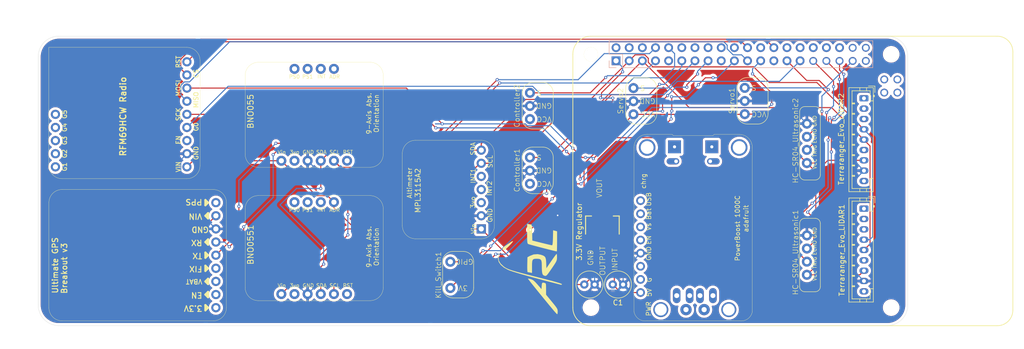
<source format=kicad_pcb>
(kicad_pcb (version 20240108) (generator "pcbnew") (generator_version "8.0")
  (layers (0 "F.Cu" signal) (31 "B.Cu" signal) (34 "B.Paste" user) (35 "F.Paste" user) (36 "B.SilkS" user "B.Silkscreen") (37 "F.SilkS" user "F.Silkscreen") (38 "B.Mask" user) (39 "F.Mask" user) (44 "Edge.Cuts" user))
  (net 0 "")
  (net 2 "/3V")
  (net 7 "/Servo1")
  (net 8 "/SCL")
  (net 9 "/GND")
  (net 10 "/Motor2")
  (net 11 "/5V")
  (net 12 "/TX")
  (net 13 "/MOSI")
  (net 16 "/CS")
  (net 17 "/RST1")
  (net 18 "/Servo2")
  (net 20 "/MISO")
  (net 21 "/SDA")
  (net 22 "/GO")
  (net 23 "/Motor1")
  (net 24 "/RX")
  (net 26 "/SCK")
  (net 45 "/ECHO1")
  (net 46 "/TRIG1")
  (net 47 "/TRIG2")
  (net 48 "/ECHO2")
  (net 49 "Net-(J1-GND-Pad14)")
  (net 50 "Net-(J1-5V-Pad2)")
  (net 51 "/GPIO")
  (net 72 "/3V3")
  (footprint "Custom:Adafruit Powerboost" (layer "F.Cu") (at 168.849223 82.26932 -90)
    (property "Reference" "Adafruit_Powerboost1" (hide yes))
    (property "Value" "~")
  )
  (footprint "Custom:Servo" (layer "F.Cu") (at 158.675 57.785 90)
    (property "Reference" "Servo1")
    (property "Value" "~")
  )
  (footprint "Custom:BNO055" (layer "F.Cu") (at 80.205001 71.665001)
    (property "Reference" "BNO0551" (hide yes))
    (property "Value" "~")
  )
  (footprint "LOGO" (layer "F.Cu") (at 123.167253 90.231473 90)
    (property "Reference" "G***" (hide yes))
    (property "Value" "LOGO" (hide yes))
  )
  (footprint "Capacitor_THT:C_Radial_D5.0mm_H11.0mm_P2.00mm" (layer "F.Cu") (at 132.675 93.325)
    (property "Reference" "C2" (hide yes))
    (property "Value" "C")
  )
  (footprint "Connector_JST:JST_PH_B9B-PH-K_1x09_P2.00mm_Vertical" (layer "F.Cu") (at 186.7 78.65 -90)
    (property "Reference" "Terraranger_Evo_LIDAR1")
    (property "Value" "~")
  )
  (footprint "Connector_JST:JST_PH_B9B-PH-K_1x09_P2.00mm_Vertical" (layer "F.Cu") (at 186.7 57.3 -90)
    (property "Reference" "Terraranger_Evo_LIDAR2")
    (property "Value" "~")
  )
  (footprint "Custom:Servo" (layer "F.Cu") (at 137.175 57.825 90)
    (property "Reference" "Servo2")
    (property "Value" "~")
  )
  (footprint "Custom:RFM69" (layer "F.Cu") (at 23.576 61.323 90)
    (property "Reference" "RFM95WLoRaRadio1" (hide yes))
    (property "Value" "~")
  )
  (footprint "Custom:MPL3115A2" (layer "F.Cu") (at 94.0645 75.171 90)
    (property "Reference" "MPL3115A2Barometer1" (hide yes))
    (property "Value" "~")
  )
  (footprint "Custom:raspberrypi_2_3" (layer "F.Cu") (at 162.96 48.794)
    (property "Reference" "J1")
    (property "Value" "Raspberry_Pi_2_3")
  )
  (footprint "Custom:3.3V_Voltage_Regulator" (layer "F.Cu") (at 136.175 81.825 90)
    (property "Reference" "3.3V Regulator")
    (property "Value" "3.3V_Voltage_Regulator" (hide yes))
  )
  (footprint "Capacitor_THT:C_Radial_D5.0mm_H11.0mm_P2.00mm" (layer "F.Cu") (at 138.175 93.325)
    (property "Reference" "C1")
    (property "Value" "C")
  )
  (footprint "Custom:PA1616S" (layer "F.Cu") (at 25.167 88.823 90)
    (property "Reference" "PA1616SGPS1" (hide yes))
    (property "Value" "~")
  )
  (footprint "Custom:Kill Switch" (layer "F.Cu") (at 102.014214 91.510786 90)
    (property "Reference" "Kill_Switch1")
    (property "Value" "~")
  )
  (footprint "Custom:BNO055" (layer "F.Cu") (at 80.205001 45.872501)
    (property "Reference" "BNO55" (hide yes))
    (property "Value" "~")
  )
  (footprint "Custom:HC-SR04 Ultrasonic" (layer "F.Cu") (at 170.775 87.625 90)
    (property "Reference" "HC-SR04_Ultrasonic1")
    (property "Value" "~" (hide yes))
  )
  (footprint "Custom:Controller" (layer "F.Cu") (at 117.175 71.245 90)
    (property "Reference" "Controller1")
    (property "Value" "~")
  )
  (footprint "Custom:HC-SR04 Ultrasonic" (layer "F.Cu") (at 170.775 66.005 90)
    (property "Reference" "HC-SR04_Ultrasonic2")
    (property "Value" "~" (hide yes))
  )
  (footprint "Custom:Controller" (layer "F.Cu") (at 117.175 58.745 90)
    (property "Reference" "Controller2")
    (property "Value" "~")
  )
  (gr_arc (start 191.175 45.275) (mid 194.003427 46.446573) (end 195.175 49.275) (stroke (width 0.05)) (layer "Edge.Cuts"))
  (gr_line (start 31.175 45.275) (end 191.175 45.275) (stroke (width 0.05)) (layer "Edge.Cuts"))
  (gr_arc (start 27.175 49.275) (mid 28.346573 46.446573) (end 31.175 45.275) (stroke (width 0.05)) (layer "Edge.Cuts"))
  (gr_line (start 27.175 97.275) (end 27.175 49.275) (stroke (width 0.05)) (layer "Edge.Cuts"))
  (gr_arc (start 31.175 101.275) (mid 28.346573 100.103427) (end 27.175 97.275) (stroke (width 0.05)) (layer "Edge.Cuts"))
  (gr_line (start 191.175 101.275) (end 31.175 101.275) (stroke (width 0.05)) (layer "Edge.Cuts"))
  (gr_line (start 195.175 49.275) (end 195.175 97.275) (stroke (width 0.05)) (layer "Edge.Cuts"))
  (gr_arc (start 195.175 97.275) (mid 194.003427 100.103427) (end 191.175 101.275) (stroke (width 0.05)) (layer "Edge.Cuts"))
  (segment (start 132.675 93.325) (end 123.5255 93.325) (width 0.2) (layer "F.Cu") (net 2))
  (segment (start 83.0448 76.1298) (end 84.31 77.395) (width 0.2) (layer "F.Cu") (net 2))
  (segment (start 74.15 69.3825) (end 80.8973 76.1298) (width 0.2) (layer "F.Cu") (net 2))
  (segment (start 123.5255 93.325) (end 112.7705 82.57) (width 0.2) (layer "F.Cu") (net 2))
  (segment (start 80.8973 76.1298) (end 83.0448 76.1298) (width 0.2) (layer "F.Cu") (net 2))
  (segment (start 84.31 77.395) (end 84.31 78.4775) (width 0.2) (layer "F.Cu") (net 2))
  (segment (start 74.15 69.3825) (end 57.0905 69.3825) (width 0.2) (layer "F.Cu") (net 2))
  (segment (start 57.0905 69.3825) (end 55.909 70.564) (width 0.2) (layer "F.Cu") (net 2))
  (segment (start 88.4025 82.57) (end 86.755 82.57) (width 0.2) (layer "F.Cu") (net 2))
  (segment (start 86.755 82.57) (end 74.15 95.175) (width 0.2) (layer "F.Cu") (net 2))
  (segment (start 136.175 89.825) (end 132.675 93.325) (width 0.2) (layer "F.Cu") (net 2))
  (segment (start 112.7705 82.57) (end 88.4025 82.57) (width 0.2) (layer "F.Cu") (net 2))
  (segment (start 84.31 78.4775) (end 88.4025 82.57) (width 0.2) (layer "F.Cu") (net 2))
  (segment (start 136.175 84.925) (end 136.175 89.825) (width 0.2) (layer "F.Cu") (net 2))
  (segment (start 163.675 55.285) (end 179.306 55.285) (width 0.2) (layer "B.Cu") (net 7))
  (segment (start 179.306 55.285) (end 184.52 50.071) (width 0.2) (layer "B.Cu") (net 7))
  (segment (start 85.5752 70.6477) (end 84.31 69.3825) (width 0.2) (layer "F.Cu") (net 8))
  (segment (start 87 83.725) (end 84.31 86.415) (width 0.2) (layer "F.Cu") (net 8))
  (segment (start 186.7 65.35) (end 186.7 65.3) (width 0.2) (layer "F.Cu") (net 8))
  (segment (start 187.875 66.525) (end 186.7 65.35) (width 0.2) (layer "F.Cu") (net 8))
  (segment (start 152.9458 59.0998) (end 143.89 50.044) (width 0.2) (layer "F.Cu") (net 8))
  (segment (start 180.4498 59.0998) (end 152.9458 59.0998) (width 0.2) (layer "F.Cu") (net 8))
  (segment (start 186.65 65.3) (end 180.4498 59.0998) (width 0.2) (layer "F.Cu") (net 8))
  (segment (start 186.7 86.65) (end 187.875 85.475) (width 0.2) (layer "F.Cu") (net 8))
  (segment (start 187.875 85.475) (end 187.875 66.525) (width 0.2) (layer "F.Cu") (net 8))
  (segment (start 186.7 65.3) (end 186.65 65.3) (width 0.2) (layer "F.Cu") (net 8))
  (segment (start 118.58 69.87) (end 130.5302 57.9198) (width 0.2) (layer "F.Cu") (net 8))
  (segment (start 112.7705 69.87) (end 112.53 69.87) (width 0.2) (layer "F.Cu") (net 8))
  (segment (start 112.53 69.87) (end 111.7523 70.6477) (width 0.2) (layer "F.Cu") (net 8))
  (segment (start 130.5302 57.9198) (end 136.0142 57.9198) (width 0.2) (layer "F.Cu") (net 8))
  (segment (start 112.7705 69.87) (end 118.58 69.87) (width 0.2) (layer "F.Cu") (net 8))
  (segment (start 84.31 86.415) (end 84.31 95.175) (width 0.2) (layer "F.Cu") (net 8))
  (segment (start 87 72.0725) (end 87 79.775) (width 0.2) (layer "F.Cu") (net 8))
  (segment (start 111.7523 70.6477) (end 85.5752 70.6477) (width 0.2) (layer "F.Cu") (net 8))
  (segment (start 136.0142 57.9198) (end 143.89 50.044) (width 0.2) (layer "F.Cu") (net 8))
  (segment (start 84.31 69.3825) (end 87 72.0725) (width 0.2) (layer "F.Cu") (net 8))
  (via blind (at 87 83.725) (size 0.6) (drill 0.3) (layers "F.Cu" "B.Cu") (net 8))
  (via blind (at 87 79.775) (size 0.6) (drill 0.3) (layers "F.Cu" "B.Cu") (net 8))
  (segment (start 87 79.775) (end 87 83.725) (width 0.2) (layer "B.Cu") (net 8))
  (segment (start 133.875 87.075) (end 133.9 87.1) (width 0.2) (layer "F.Cu") (net 9))
  (segment (start 132.5 84.925) (end 127.525 79.95) (width 0.2) (layer "F.Cu") (net 9))
  (segment (start 133.875 84.925) (end 133.875 87.075) (width 0.2) (layer "F.Cu") (net 9))
  (segment (start 133.875 84.925) (end 132.5 84.925) (width 0.2) (layer "F.Cu") (net 9))
  (via blind (at 133.9 87.1) (size 0.6) (drill 0.3) (layers "F.Cu" "B.Cu") (net 9))
  (via blind (at 127.525 79.95) (size 0.6) (drill 0.3) (layers "F.Cu" "B.Cu") (net 9))
  (segment (start 54.72 76.05) (end 54.72 69.213) (width 0.2) (layer "B.Cu") (net 9))
  (segment (start 142.175 57.865) (end 163.635 57.865) (width 0.2) (layer "B.Cu") (net 9))
  (segment (start 177.875 83.825) (end 186.7 92.65) (width 0.2) (layer "B.Cu") (net 9))
  (segment (start 139.075 94.425) (end 140.175 93.325) (width 0.2) (layer "B.Cu") (net 9))
  (segment (start 127.525 79.95) (end 127.525 76.635) (width 0.2) (layer "B.Cu") (net 9))
  (segment (start 143.545777 87.26132) (end 140.175 90.632097) (width 0.2) (layer "B.Cu") (net 9))
  (segment (start 186.7 71.3) (end 180.175 64.775) (width 0.2) (layer "B.Cu") (net 9))
  (segment (start 79.23 95.175) (end 79.026471 95.175) (width 0.2) (layer "B.Cu") (net 9))
  (segment (start 142.175 57.865) (end 123.095 57.865) (width 0.2) (layer "B.Cu") (net 9))
  (segment (start 54.72 76.05) (end 54.988 76.05) (width 0.2) (layer "B.Cu") (net 9))
  (segment (start 89.8775 84.5275) (end 89.8775 80.03) (width 0.2) (layer "B.Cu") (net 9))
  (segment (start 134.675 93.325) (end 135.775 94.425) (width 0.2) (layer "B.Cu") (net 9))
  (segment (start 177.875 83.825) (end 175.725 83.825) (width 0.2) (layer "B.Cu") (net 9))
  (segment (start 186.7 71.3) (end 175.725 82.275) (width 0.2) (layer "B.Cu") (net 9))
  (segment (start 180.175 64.775) (end 180.125 64.775) (width 0.2) (layer "B.Cu") (net 9))
  (segment (start 140.175 90.632097) (end 140.175 93.325) (width 0.2) (layer "B.Cu") (net 9))
  (segment (start 128.755 71.285) (end 142.175 57.865) (width 0.2) (layer "B.Cu") (net 9))
  (segment (start 127.525 76.635) (end 122.175 71.285) (width 0.2) (layer "B.Cu") (net 9))
  (segment (start 54.72 76.123) (end 54.72 76.05) (width 0.2) (layer "B.Cu") (net 9))
  (segment (start 113.43 80.03) (end 112.7705 80.03) (width 0.2) (layer "B.Cu") (net 9))
  (segment (start 134.675 88.25) (end 134.675 93.325) (width 0.2) (layer "B.Cu") (net 9))
  (segment (start 175.725 82.275) (end 175.725 83.825) (width 0.2) (layer "B.Cu") (net 9))
  (segment (start 122.175 71.285) (end 113.43 80.03) (width 0.2) (layer "B.Cu") (net 9))
  (segment (start 66.421471 82.57) (end 61.508 82.57) (width 0.2) (layer "B.Cu") (net 9))
  (segment (start 79.026471 95.175) (end 66.421471 82.57) (width 0.2) (layer "B.Cu") (net 9))
  (segment (start 122.175 71.285) (end 128.755 71.285) (width 0.2) (layer "B.Cu") (net 9))
  (segment (start 79.23 95.175) (end 89.8775 84.5275) (width 0.2) (layer "B.Cu") (net 9))
  (segment (start 180.125 64.775) (end 177.555 62.205) (width 0.2) (layer "B.Cu") (net 9))
  (segment (start 163.675 57.825) (end 171.295 57.825) (width 0.2) (layer "B.Cu") (net 9))
  (segment (start 135.775 94.425) (end 139.075 94.425) (width 0.2) (layer "B.Cu") (net 9))
  (segment (start 54.72 69.213) (end 55.909 68.024) (width 0.2) (layer "B.Cu") (net 9))
  (segment (start 133.9 87.1) (end 133.9 87.475) (width 0.2) (layer "B.Cu") (net 9))
  (segment (start 89.8775 80.03) (end 112.7705 80.03) (width 0.2) (layer "B.Cu") (net 9))
  (segment (start 54.988 76.05) (end 61.508 82.57) (width 0.2) (layer "B.Cu") (net 9))
  (segment (start 123.095 57.865) (end 122.175 58.785) (width 0.2) (layer "B.Cu") (net 9))
  (segment (start 163.635 57.865) (end 163.675 57.825) (width 0.2) (layer "B.Cu") (net 9))
  (segment (start 175.675 62.205) (end 177.555 62.205) (width 0.2) (layer "B.Cu") (net 9))
  (segment (start 133.9 87.475) (end 134.675 88.25) (width 0.2) (layer "B.Cu") (net 9))
  (segment (start 171.295 57.825) (end 175.675 62.205) (width 0.2) (layer "B.Cu") (net 9))
  (segment (start 89.8775 80.03) (end 79.23 69.3825) (width 0.2) (layer "B.Cu") (net 9))
  (segment (start 133.83 56.245) (end 136.8 53.275) (width 0.2) (layer "F.Cu") (net 10))
  (segment (start 122.175 56.245) (end 133.83 56.245) (width 0.2) (layer "F.Cu") (net 10))
  (via blind (at 136.8 53.275) (size 0.6) (drill 0.3) (layers "F.Cu" "B.Cu") (net 10))
  (segment (start 137.15 52.925) (end 143.549 52.925) (width 0.2) (layer "B.Cu") (net 10))
  (segment (start 143.549 52.925) (end 146.43 50.044) (width 0.2) (layer "B.Cu") (net 10))
  (segment (start 136.8 53.275) (end 137.15 52.925) (width 0.2) (layer "B.Cu") (net 10))
  (segment (start 60.1 100.675) (end 58.675 99.25) (width 0.2) (layer "F.Cu") (net 11))
  (segment (start 143.545777 94.88132) (end 139.73132 94.88132) (width 0.2) (layer "F.Cu") (net 11))
  (segment (start 142.175 60.405) (end 132.625 69.955) (width 0.2) (layer "F.Cu") (net 11))
  (segment (start 139.73132 94.88132) (end 138.175 93.325) (width 0.2) (layer "F.Cu") (net 11))
  (segment (start 138.475 84.925) (end 132.9 79.35) (width 0.2) (layer "F.Cu") (net 11))
  (segment (start 175.725 91.445) (end 177.3902 89.7798) (width 0.2) (layer "F.Cu") (net 11))
  (segment (start 58.675 82.863) (end 61.508 80.03) (width 0.2) (layer "F.Cu") (net 11))
  (segment (start 132.625 69.955) (end 132.625 79.35) (width 0.2) (layer "F.Cu") (net 11))
  (segment (start 115.575 87.45) (end 102.35 100.675) (width 0.2) (layer "F.Cu") (net 11))
  (segment (start 179.2054 69.825) (end 175.675 69.825) (width 0.2) (layer "F.Cu") (net 11))
  (segment (start 102.35 100.675) (end 60.1 100.675) (width 0.2) (layer "F.Cu") (net 11))
  (segment (start 179.7304 69.3) (end 179.2054 69.825) (width 0.2) (layer "F.Cu") (net 11))
  (segment (start 163.635 60.405) (end 163.675 60.365) (width 0.2) (layer "F.Cu") (net 11))
  (segment (start 185.905 91.445) (end 186.7 90.65) (width 0.2) (layer "F.Cu") (net 11))
  (segment (start 185.905 91.445) (end 175.725 91.445) (width 0.2) (layer "F.Cu") (net 11))
  (segment (start 138.475 84.925) (end 138.475 93.025) (width 0.2) (layer "F.Cu") (net 11))
  (segment (start 142.175 60.405) (end 163.635 60.405) (width 0.2) (layer "F.Cu") (net 11))
  (segment (start 132.625 79.35) (end 125.625 79.35) (width 0.2) (layer "F.Cu") (net 11))
  (segment (start 132.9 79.35) (end 132.625 79.35) (width 0.2) (layer "F.Cu") (net 11))
  (segment (start 176.175 90.825) (end 176.175 91.445) (width 0.2) (layer "F.Cu") (net 11))
  (segment (start 125.625 79.35) (end 122.225 82.75) (width 0.2) (layer "F.Cu") (net 11))
  (segment (start 58.675 99.25) (end 58.675 82.863) (width 0.2) (layer "F.Cu") (net 11))
  (segment (start 166.215 60.365) (end 175.675 69.825) (width 0.2) (layer "F.Cu") (net 11))
  (segment (start 163.675 60.365) (end 166.215 60.365) (width 0.2) (layer "F.Cu") (net 11))
  (segment (start 186.7 69.3) (end 179.7304 69.3) (width 0.2) (layer "F.Cu") (net 11))
  (segment (start 138.475 93.025) (end 138.175 93.325) (width 0.2) (layer "F.Cu") (net 11))
  (segment (start 177.3902 89.7798) (end 177.3902 71.5402) (width 0.2) (layer "F.Cu") (net 11))
  (segment (start 177.3902 71.5402) (end 175.675 69.825) (width 0.2) (layer "F.Cu") (net 11))
  (via blind (at 122.225 82.75) (size 0.6) (drill 0.3) (layers "F.Cu" "B.Cu") (net 11))
  (via blind (at 115.575 87.45) (size 0.6) (drill 0.3) (layers "F.Cu" "B.Cu") (net 11))
  (segment (start 115.575 87.45) (end 117.525 87.45) (width 0.2) (layer "B.Cu") (net 11))
  (segment (start 117.525 87.45) (end 122.225 82.75) (width 0.2) (layer "B.Cu") (net 11))
  (segment (start 115.85 53.7) (end 103.55 66) (width 0.2) (layer "F.Cu") (net 12))
  (segment (start 103.55 66) (end 73.1 66) (width 0.2) (layer "F.Cu") (net 12))
  (segment (start 65.95 83.208) (end 61.508 87.65) (width 0.2) (layer "F.Cu") (net 12))
  (segment (start 65.95 78.2) (end 65.95 83.208) (width 0.2) (layer "F.Cu") (net 12))
  (via blind (at 115.85 53.7) (size 0.6) (drill 0.3) (layers "F.Cu" "B.Cu") (net 12))
  (via blind (at 73.1 66) (size 0.6) (drill 0.3) (layers "F.Cu" "B.Cu") (net 12))
  (via blind (at 65.95 78.2) (size 0.6) (drill 0.3) (layers "F.Cu" "B.Cu") (net 12))
  (segment (start 65.95 73.15) (end 65.95 78.2) (width 0.2) (layer "B.Cu") (net 12))
  (segment (start 145.28 48.654) (end 136.539518 48.654) (width 0.2) (layer "B.Cu") (net 12))
  (segment (start 131.493518 53.7) (end 115.85 53.7) (width 0.2) (layer "B.Cu") (net 12))
  (segment (start 146.43 47.504) (end 145.28 48.654) (width 0.2) (layer "B.Cu") (net 12))
  (segment (start 73.1 66) (end 65.95 73.15) (width 0.2) (layer "B.Cu") (net 12))
  (segment (start 136.539518 48.654) (end 131.493518 53.7) (width 0.2) (layer "B.Cu") (net 12))
  (segment (start 132.25 68.75) (end 132.9 68.75) (width 0.2) (layer "F.Cu") (net 13))
  (segment (start 130.45 66.95) (end 132.25 68.75) (width 0.2) (layer "F.Cu") (net 13))
  (segment (start 145.83568 64.91432) (end 149.45 61.3) (width 0.2) (layer "F.Cu") (net 13))
  (segment (start 55.909 55.324) (end 98.299 55.324) (width 0.2) (layer "F.Cu") (net 13))
  (segment (start 149.575 57.05) (end 149.525 57) (width 0.2) (layer "F.Cu") (net 13))
  (segment (start 156.075 53.325) (end 157.55 53.325) (width 0.2) (layer "F.Cu") (net 13))
  (segment (start 98.299 55.324) (end 105.225 62.25) (width 0.2) (layer "F.Cu") (net 13))
  (segment (start 138.51421 64.91432) (end 145.83568 64.91432) (width 0.2) (layer "F.Cu") (net 13))
  (segment (start 134.439265 68.989265) (end 138.51421 64.91432) (width 0.2) (layer "F.Cu") (net 13))
  (segment (start 154.725 54.675) (end 156.075 53.325) (width 0.2) (layer "F.Cu") (net 13))
  (segment (start 149.575 59.75) (end 149.575 57.05) (width 0.2) (layer "F.Cu") (net 13))
  (via blind (at 132.9 68.75) (size 0.6) (drill 0.3) (layers "F.Cu" "B.Cu") (net 13))
  (via blind (at 130.45 66.95) (size 0.6) (drill 0.3) (layers "F.Cu" "B.Cu") (net 13))
  (via blind (at 154.725 54.675) (size 0.6) (drill 0.3) (layers "F.Cu" "B.Cu") (net 13))
  (via blind (at 157.55 53.325) (size 0.6) (drill 0.3) (layers "F.Cu" "B.Cu") (net 13))
  (via blind (at 134.439265 68.989265) (size 0.6) (drill 0.3) (layers "F.Cu" "B.Cu") (net 13))
  (via blind (at 149.45 61.3) (size 0.6) (drill 0.3) (layers "F.Cu" "B.Cu") (net 13))
  (via blind (at 149.575 59.75) (size 0.6) (drill 0.3) (layers "F.Cu" "B.Cu") (net 13))
  (via blind (at 105.225 62.25) (size 0.6) (drill 0.3) (layers "F.Cu" "B.Cu") (net 13))
  (via blind (at 149.525 57) (size 0.6) (drill 0.3) (layers "F.Cu" "B.Cu") (net 13))
  (segment (start 121.650937 62.5902) (end 126.0902 62.5902) (width 0.2) (layer "B.Cu") (net 13))
  (segment (start 105.225 62.25) (end 103.926471 62.25) (width 0.2) (layer "B.Cu") (net 13))
  (segment (start 134.2 68.75) (end 134.439265 68.989265) (width 0.2) (layer "B.Cu") (net 13))
  (segment (start 121.310737 62.25) (end 121.650937 62.5902) (width 0.2) (layer "B.Cu") (net 13))
  (segment (start 103.926471 62.25) (end 121.310737 62.25) (width 0.2) (layer "B.Cu") (net 13))
  (segment (start 132.9 68.75) (end 134.2 68.75) (width 0.2) (layer "B.Cu") (net 13))
  (segment (start 126.0902 62.5902) (end 130.45 66.95) (width 0.2) (layer "B.Cu") (net 13))
  (segment (start 158.389 53.325) (end 161.67 50.044) (width 0.2) (layer "B.Cu") (net 13))
  (segment (start 149.45 59.875) (end 149.575 59.75) (width 0.2) (layer "B.Cu") (net 13))
  (segment (start 152.4 57) (end 154.725 54.675) (width 0.2) (layer "B.Cu") (net 13))
  (segment (start 149.45 61.3) (end 149.45 59.875) (width 0.2) (layer "B.Cu") (net 13))
  (segment (start 149.525 57) (end 152.4 57) (width 0.2) (layer "B.Cu") (net 13))
  (segment (start 157.55 53.325) (end 158.389 53.325) (width 0.2) (layer "B.Cu") (net 13))
  (segment (start 55.909 52.784) (end 54.72 51.595) (width 0.2) (layer "F.Cu") (net 16))
  (segment (start 54.72 51.595) (end 54.72 49.7515) (width 0.2) (layer "F.Cu") (net 16))
  (segment (start 167.661 45.875) (end 169.29 47.504) (width 0.2) (layer "F.Cu") (net 16))
  (segment (start 58.5965 45.875) (end 167.661 45.875) (width 0.2) (layer "F.Cu") (net 16))
  (segment (start 54.72 49.7515) (end 58.5965 45.875) (width 0.2) (layer "F.Cu") (net 16))
  (segment (start 55.909 50.244) (end 59.799 46.354) (width 0.2) (layer "F.Cu") (net 17))
  (segment (start 163.06 46.354) (end 164.21 47.504) (width 0.2) (layer "F.Cu") (net 17))
  (segment (start 59.799 46.354) (end 163.06 46.354) (width 0.2) (layer "F.Cu") (net 17))
  (segment (start 142.175 55.325) (end 148.769 55.325) (width 0.2) (layer "B.Cu") (net 18))
  (segment (start 148.769 55.325) (end 154.05 50.044) (width 0.2) (layer "B.Cu") (net 18))
  (segment (start 64.1825 46.354) (end 159.606346 46.354) (width 0.2) (layer "B.Cu") (net 20))
  (segment (start 54.72 54.8315) (end 55.4165 54.135) (width 0.2) (layer "B.Cu") (net 20))
  (segment (start 55.4165 54.135) (end 56.4015 54.135) (width 0.2) (layer "B.Cu") (net 20))
  (segment (start 163.06 48.894) (end 164.21 50.044) (width 0.2) (layer "B.Cu") (net 20))
  (segment (start 54.72 56.675) (end 54.72 54.8315) (width 0.2) (layer "B.Cu") (net 20))
  (segment (start 160.28 47.027654) (end 160.28 47.749) (width 0.2) (layer "B.Cu") (net 20))
  (segment (start 160.28 47.749) (end 161.425 48.894) (width 0.2) (layer "B.Cu") (net 20))
  (segment (start 159.606346 46.354) (end 160.28 47.027654) (width 0.2) (layer "B.Cu") (net 20))
  (segment (start 56.4015 54.135) (end 64.1825 46.354) (width 0.2) (layer "B.Cu") (net 20))
  (segment (start 161.425 48.894) (end 163.06 48.894) (width 0.2) (layer "B.Cu") (net 20))
  (segment (start 55.909 57.864) (end 54.72 56.675) (width 0.2) (layer "B.Cu") (net 20))
  (segment (start 121.323465 57.5198) (end 133.8742 57.5198) (width 0.2) (layer "F.Cu") (net 21))
  (segment (start 81.77 69.3825) (end 81.77 74.73) (width 0.2) (layer "F.Cu") (net 21))
  (segment (start 81.77 74.73) (end 81.75 74.75) (width 0.2) (layer "F.Cu") (net 21))
  (segment (start 142.5 48.894) (end 141.35 50.044) (width 0.2) (layer "F.Cu") (net 21))
  (segment (start 145.04 50.35) (end 145.04 49.567654) (width 0.2) (layer "F.Cu") (net 21))
  (segment (start 186.65 63.3) (end 186.7 63.3) (width 0.2) (layer "F.Cu") (net 21))
  (segment (start 145.884 51.194) (end 145.04 50.35) (width 0.2) (layer "F.Cu") (net 21))
  (segment (start 177.6 54.25) (end 186.65 63.3) (width 0.2) (layer "F.Cu") (net 21))
  (segment (start 82.325 89.375) (end 81.77 89.93) (width 0.2) (layer "F.Cu") (net 21))
  (segment (start 144.366346 48.894) (end 142.5 48.894) (width 0.2) (layer "F.Cu") (net 21))
  (segment (start 168.425 54.25) (end 165.369 51.194) (width 0.2) (layer "F.Cu") (net 21))
  (segment (start 177.6 54.25) (end 168.425 54.25) (width 0.2) (layer "F.Cu") (net 21))
  (segment (start 145.04 49.567654) (end 144.366346 48.894) (width 0.2) (layer "F.Cu") (net 21))
  (segment (start 112.7705 67.33) (end 112.7705 66.072765) (width 0.2) (layer "F.Cu") (net 21))
  (segment (start 165.369 51.194) (end 145.884 51.194) (width 0.2) (layer "F.Cu") (net 21))
  (segment (start 112.7705 67.33) (end 83.8225 67.33) (width 0.2) (layer "F.Cu") (net 21))
  (segment (start 112.7705 66.072765) (end 121.323465 57.5198) (width 0.2) (layer "F.Cu") (net 21))
  (segment (start 133.8742 57.5198) (end 141.35 50.044) (width 0.2) (layer "F.Cu") (net 21))
  (segment (start 83.8225 67.33) (end 81.77 69.3825) (width 0.2) (layer "F.Cu") (net 21))
  (segment (start 81.77 89.93) (end 81.77 95.175) (width 0.2) (layer "F.Cu") (net 21))
  (via blind (at 81.75 74.75) (size 0.6) (drill 0.3) (layers "F.Cu" "B.Cu") (net 21))
  (via blind (at 82.325 89.375) (size 0.6) (drill 0.3) (layers "F.Cu" "B.Cu") (net 21))
  (segment (start 77.075 74.75) (end 73.9 77.925) (width 0.2) (layer "B.Cu") (net 21))
  (segment (start 188.375 65.025) (end 186.7 63.35) (width 0.2) (layer "B.Cu") (net 21))
  (segment (start 81.75 74.75) (end 77.075 74.75) (width 0.2) (layer "B.Cu") (net 21))
  (segment (start 187.825 84.65) (end 188.375 84.1) (width 0.2) (layer "B.Cu") (net 21))
  (segment (start 73.9 77.925) (end 82.325 86.35) (width 0.2) (layer "B.Cu") (net 21))
  (segment (start 186.7 84.65) (end 187.825 84.65) (width 0.2) (layer "B.Cu") (net 21))
  (segment (start 82.325 86.35) (end 82.325 89.375) (width 0.2) (layer "B.Cu") (net 21))
  (segment (start 188.375 84.1) (end 188.375 65.025) (width 0.2) (layer "B.Cu") (net 21))
  (segment (start 186.7 63.35) (end 186.7 63.3) (width 0.2) (layer "B.Cu") (net 21))
  (segment (start 150.639886 54.0198) (end 148.069486 56.5902) (width 0.2) (layer "B.Cu") (net 22))
  (segment (start 148.069486 56.5902) (end 124.309463 56.5902) (width 0.2) (layer "B.Cu") (net 22))
  (segment (start 170.3942 54.0198) (end 150.639886 54.0198) (width 0.2) (layer "B.Cu") (net 22))
  (segment (start 124.309463 56.5902) (end 122.699063 54.9798) (width 0.2) (layer "B.Cu") (net 22))
  (segment (start 174.37 50.044) (end 170.3942 54.0198) (width 0.2) (layer "B.Cu") (net 22))
  (segment (start 63.8732 54.9798) (end 55.909 62.944) (width 0.2) (layer "B.Cu") (net 22))
  (segment (start 122.699063 54.9798) (end 63.8732 54.9798) (width 0.2) (layer "B.Cu") (net 22))
  (segment (start 147.2 54.6) (end 145.2002 56.5998) (width 0.2) (layer "F.Cu") (net 23))
  (segment (start 145.2002 56.5998) (end 137.899886 56.5998) (width 0.2) (layer "F.Cu") (net 23))
  (segment (start 137.899886 56.5998) (end 125.754686 68.745) (width 0.2) (layer "F.Cu") (net 23))
  (segment (start 125.754686 68.745) (end 122.175 68.745) (width 0.2) (layer "F.Cu") (net 23))
  (via blind (at 147.2 54.6) (size 0.6) (drill 0.3) (layers "F.Cu" "B.Cu") (net 23))
  (segment (start 148.156081 54.6) (end 147.2 54.6) (width 0.2) (layer "B.Cu") (net 23))
  (segment (start 151.51 51.246081) (end 148.156081 54.6) (width 0.2) (layer "B.Cu") (net 23))
  (segment (start 151.51 50.044) (end 151.51 51.246081) (width 0.2) (layer "B.Cu") (net 23))
  (segment (start 66.875 82.175) (end 66.875 83.25) (width 0.2) (layer "F.Cu") (net 24))
  (segment (start 104.270004 66.4) (end 74.375 66.4) (width 0.2) (layer "F.Cu") (net 24))
  (segment (start 66.875 83.25) (end 64.1 86.025) (width 0.2) (layer "F.Cu") (net 24))
  (segment (start 74.375 66.4) (end 72.575 68.2) (width 0.2) (layer "F.Cu") (net 24))
  (segment (start 116.330002 54.340002) (end 104.270004 66.4) (width 0.2) (layer "F.Cu") (net 24))
  (via blind (at 116.330002 54.340002) (size 0.6) (drill 0.3) (layers "F.Cu" "B.Cu") (net 24))
  (via blind (at 72.575 68.2) (size 0.6) (drill 0.3) (layers "F.Cu" "B.Cu") (net 24))
  (via blind (at 66.875 82.175) (size 0.6) (drill 0.3) (layers "F.Cu" "B.Cu") (net 24))
  (via blind (at 64.1 86.025) (size 0.6) (drill 0.3) (layers "F.Cu" "B.Cu") (net 24))
  (segment (start 141.220344 54.340002) (end 116.330002 54.340002) (width 0.2) (layer "B.Cu") (net 24))
  (segment (start 142.235346 53.325) (end 148.15 53.325) (width 0.2) (layer "B.Cu") (net 24))
  (segment (start 150.12 48.654) (end 148.97 47.504) (width 0.2) (layer "B.Cu") (net 24))
  (segment (start 72.575 76.475) (end 66.875 82.175) (width 0.2) (layer "B.Cu") (net 24))
  (segment (start 148.15 53.325) (end 150.12 51.355) (width 0.2) (layer "B.Cu") (net 24))
  (segment (start 150.12 51.355) (end 150.12 48.654) (width 0.2) (layer "B.Cu") (net 24))
  (segment (start 63.185 85.11) (end 61.508 85.11) (width 0.2) (layer "B.Cu") (net 24))
  (segment (start 64.1 86.025) (end 63.185 85.11) (width 0.2) (layer "B.Cu") (net 24))
  (segment (start 141.220344 54.340002) (end 142.235346 53.325) (width 0.2) (layer "B.Cu") (net 24))
  (segment (start 72.575 68.2) (end 72.575 76.475) (width 0.2) (layer "B.Cu") (net 24))
  (segment (start 168.875 58.425) (end 168.875 56.275) (width 0.2) (layer "F.Cu") (net 26))
  (segment (start 131.875 70.225) (end 131.875 72.925) (width 0.2) (layer "F.Cu") (net 26))
  (segment (start 129.25 67.6) (end 131.875 70.225) (width 0.2) (layer "F.Cu") (net 26))
  (segment (start 101.379 60.404) (end 104 63.025) (width 0.2) (layer "F.Cu") (net 26))
  (segment (start 168.875 56.275) (end 165.175 52.575) (width 0.2) (layer "F.Cu") (net 26))
  (segment (start 55.909 60.404) (end 101.379 60.404) (width 0.2) (layer "F.Cu") (net 26))
  (via blind (at 165.175 52.575) (size 0.6) (drill 0.3) (layers "F.Cu" "B.Cu") (net 26))
  (via blind (at 131.875 72.925) (size 0.6) (drill 0.3) (layers "F.Cu" "B.Cu") (net 26))
  (via blind (at 168.875 58.425) (size 0.6) (drill 0.3) (layers "F.Cu" "B.Cu") (net 26))
  (via blind (at 104 63.025) (size 0.6) (drill 0.3) (layers "F.Cu" "B.Cu") (net 26))
  (via blind (at 129.25 67.6) (size 0.6) (drill 0.3) (layers "F.Cu" "B.Cu") (net 26))
  (segment (start 165.175 52.575) (end 165.175 51.619) (width 0.2) (layer "B.Cu") (net 26))
  (segment (start 104 63.025) (end 124.675 63.025) (width 0.2) (layer "B.Cu") (net 26))
  (segment (start 145.7098 59.0902) (end 168.2098 59.0902) (width 0.2) (layer "B.Cu") (net 26))
  (segment (start 165.175 51.619) (end 166.75 50.044) (width 0.2) (layer "B.Cu") (net 26))
  (segment (start 168.2098 59.0902) (end 168.875 58.425) (width 0.2) (layer "B.Cu") (net 26))
  (segment (start 124.675 63.025) (end 129.25 67.6) (width 0.2) (layer "B.Cu") (net 26))
  (segment (start 131.875 72.925) (end 145.7098 59.0902) (width 0.2) (layer "B.Cu") (net 26))
  (segment (start 176.9902 80.4902) (end 175.825 79.325) (width 0.2) (layer "F.Cu") (net 45))
  (segment (start 181.975 52.606) (end 179.44 50.071) (width 0.2) (layer "F.Cu") (net 45))
  (segment (start 176.9902 85.0998) (end 176.9902 80.4902) (width 0.2) (layer "F.Cu") (net 45))
  (segment (start 180.4 61.6) (end 181.025 60.975) (width 0.2) (layer "F.Cu") (net 45))
  (segment (start 181.975 53.625) (end 181.975 52.606) (width 0.2) (layer "F.Cu") (net 45))
  (segment (start 175.725 86.365) (end 176.9902 85.0998) (width 0.2) (layer "F.Cu") (net 45))
  (segment (start 180.975 60.975) (end 180.925 61.025) (width 0.2) (layer "F.Cu") (net 45))
  (segment (start 181.025 60.975) (end 180.975 60.975) (width 0.2) (layer "F.Cu") (net 45))
  (segment (start 180.4 67.675) (end 180.4 61.6) (width 0.2) (layer "F.Cu") (net 45))
  (via blind (at 180.4 67.675) (size 0.6) (drill 0.3) (layers "F.Cu" "B.Cu") (net 45))
  (via blind (at 175.825 79.325) (size 0.6) (drill 0.3) (layers "F.Cu" "B.Cu") (net 45))
  (via blind (at 181.975 53.625) (size 0.6) (drill 0.3) (layers "F.Cu" "B.Cu") (net 45))
  (via blind (at 180.925 61.025) (size 0.6) (drill 0.3) (layers "F.Cu" "B.Cu") (net 45))
  (segment (start 175.825 79.325) (end 180.4 74.75) (width 0.2) (layer "B.Cu") (net 45))
  (segment (start 180.4 74.75) (end 180.4 67.675) (width 0.2) (layer "B.Cu") (net 45))
  (segment (start 181.975 59.975) (end 181.975 53.625) (width 0.2) (layer "B.Cu") (net 45))
  (segment (start 180.925 61.025) (end 181.975 59.975) (width 0.2) (layer "B.Cu") (net 45))
  (segment (start 172.625 85.805) (end 172.625 81.676471) (width 0.2) (layer "F.Cu") (net 46))
  (segment (start 179.875 61.276472) (end 180.075 61.076472) (width 0.2) (layer "F.Cu") (net 46))
  (segment (start 176.725 77.65) (end 176.688235 77.613235) (width 0.2) (layer "F.Cu") (net 46))
  (segment (start 175.725 88.905) (end 172.625 85.805) (width 0.2) (layer "F.Cu") (net 46))
  (segment (start 172.625 81.676471) (end 176.651471 77.65) (width 0.2) (layer "F.Cu") (net 46))
  (segment (start 181.98 51.83) (end 181.98 50.071) (width 0.2) (layer "F.Cu") (net 46))
  (segment (start 179.775 65.375) (end 179.875 65.275) (width 0.2) (layer "F.Cu") (net 46))
  (segment (start 182.794765 52.644765) (end 181.98 51.83) (width 0.2) (layer "F.Cu") (net 46))
  (segment (start 179.875 65.275) (end 179.875 61.276472) (width 0.2) (layer "F.Cu") (net 46))
  (segment (start 176.651471 77.65) (end 176.725 77.65) (width 0.2) (layer "F.Cu") (net 46))
  (via blind (at 182.794765 52.644765) (size 0.6) (drill 0.3) (layers "F.Cu" "B.Cu") (net 46))
  (via blind (at 176.688235 77.613235) (size 0.6) (drill 0.3) (layers "F.Cu" "B.Cu") (net 46))
  (via blind (at 179.775 65.375) (size 0.6) (drill 0.3) (layers "F.Cu" "B.Cu") (net 46))
  (via blind (at 180.075 61.076472) (size 0.6) (drill 0.3) (layers "F.Cu" "B.Cu") (net 46))
  (segment (start 182.794765 60.003764) (end 182.794765 52.644765) (width 0.2) (layer "B.Cu") (net 46))
  (segment (start 181.173529 61.625) (end 182.794765 60.003764) (width 0.2) (layer "B.Cu") (net 46))
  (segment (start 180.075 61.076472) (end 180.623528 61.625) (width 0.2) (layer "B.Cu") (net 46))
  (segment (start 176.688235 77.613235) (end 179.775 74.52647) (width 0.2) (layer "B.Cu") (net 46))
  (segment (start 179.775 74.52647) (end 179.775 65.375) (width 0.2) (layer "B.Cu") (net 46))
  (segment (start 180.623528 61.625) (end 181.173529 61.625) (width 0.2) (layer "B.Cu") (net 46))
  (segment (start 180.825 55.025) (end 180.825 53.996) (width 0.2) (layer "F.Cu") (net 47))
  (segment (start 180.825 53.996) (end 176.9 50.071) (width 0.2) (layer "F.Cu") (net 47))
  (segment (start 175.675 67.285) (end 179.475 63.485) (width 0.2) (layer "F.Cu") (net 47))
  (segment (start 179.475 63.485) (end 179.475 60.075) (width 0.2) (layer "F.Cu") (net 47))
  (via blind (at 179.475 60.075) (size 0.6) (drill 0.3) (layers "F.Cu" "B.Cu") (net 47))
  (via blind (at 180.825 55.025) (size 0.6) (drill 0.3) (layers "F.Cu" "B.Cu") (net 47))
  (segment (start 179.475 60.075) (end 180.825 58.725) (width 0.2) (layer "B.Cu") (net 47))
  (segment (start 180.825 58.725) (end 180.825 55.025) (width 0.2) (layer "B.Cu") (net 47))
  (segment (start 175.675 64.745) (end 178.575 61.845) (width 0.2) (layer "F.Cu") (net 48))
  (segment (start 178.575 61.845) (end 178.575 59.825) (width 0.2) (layer "F.Cu") (net 48))
  (segment (start 175.636 53.85) (end 171.83 50.044) (width 0.2) (layer "F.Cu") (net 48))
  (segment (start 179.825 55.625) (end 178.05 53.85) (width 0.2) (layer "F.Cu") (net 48))
  (segment (start 178.05 53.85) (end 175.636 53.85) (width 0.2) (layer "F.Cu") (net 48))
  (via blind (at 178.575 59.825) (size 0.6) (drill 0.3) (layers "F.Cu" "B.Cu") (net 48))
  (via blind (at 179.825 55.625) (size 0.6) (drill 0.3) (layers "F.Cu" "B.Cu") (net 48))
  (segment (start 178.575 59.825) (end 178.575 56.875) (width 0.2) (layer "B.Cu") (net 48))
  (segment (start 178.575 56.875) (end 179.825 55.625) (width 0.2) (layer "B.Cu") (net 48))
  (segment (start 110.975 88.925) (end 113.125 86.775) (width 0.2) (layer "F.Cu") (net 51))
  (segment (start 147.8 57.728857) (end 148.758736 56.770121) (width 0.2) (layer "F.Cu") (net 51))
  (segment (start 106.8 88.925) (end 110.975 88.925) (width 0.2) (layer "F.Cu") (net 51))
  (segment (start 147.8 59.805) (end 147.8 57.728857) (width 0.2) (layer "F.Cu") (net 51))
  (segment (start 129.375 73.85) (end 132.025 73.85) (width 0.2) (layer "F.Cu") (net 51))
  (segment (start 126.475 76.75) (end 129.375 73.85) (width 0.2) (layer "F.Cu") (net 51))
  (segment (start 152.475 55.15) (end 152.475 54.675) (width 0.2) (layer "F.Cu") (net 51))
  (segment (start 152.475 54.675) (end 154.55 52.6) (width 0.2) (layer "F.Cu") (net 51))
  (via blind (at 113.125 86.775) (size 0.6) (drill 0.3) (layers "F.Cu" "B.Cu") (net 51))
  (via blind (at 154.55 52.6) (size 0.6) (drill 0.3) (layers "F.Cu" "B.Cu") (net 51))
  (via blind (at 152.475 55.15) (size 0.6) (drill 0.3) (layers "F.Cu" "B.Cu") (net 51))
  (via blind (at 126.475 76.75) (size 0.6) (drill 0.3) (layers "F.Cu" "B.Cu") (net 51))
  (via blind (at 147.8 59.805) (size 0.6) (drill 0.3) (layers "F.Cu" "B.Cu") (net 51))
  (via blind (at 132.025 73.85) (size 0.6) (drill 0.3) (layers "F.Cu" "B.Cu") (net 51))
  (via blind (at 148.758736 56.770121) (size 0.6) (drill 0.3) (layers "F.Cu" "B.Cu") (net 51))
  (segment (start 154.55 52.6) (end 154.55 52.084) (width 0.2) (layer "B.Cu") (net 51))
  (segment (start 132.025 73.85) (end 146.07 59.805) (width 0.2) (layer "B.Cu") (net 51))
  (segment (start 154.55 52.084) (end 156.59 50.044) (width 0.2) (layer "B.Cu") (net 51))
  (segment (start 113.125 86.775) (end 116.45 86.775) (width 0.2) (layer "B.Cu") (net 51))
  (segment (start 148.758736 56.770121) (end 150.378857 55.15) (width 0.2) (layer "B.Cu") (net 51))
  (segment (start 150.378857 55.15) (end 152.475 55.15) (width 0.2) (layer "B.Cu") (net 51))
  (segment (start 146.07 59.805) (end 147.8 59.805) (width 0.2) (layer "B.Cu") (net 51))
  (segment (start 116.45 86.775) (end 126.475 76.75) (width 0.2) (layer "B.Cu") (net 51))
  (segment (start 125.4 70.601471) (end 138.175 57.826471) (width 0.2) (layer "F.Cu") (net 72))
  (segment (start 114.6 86.205) (end 114.6 85.9) (width 0.2) (layer "F.Cu") (net 72))
  (segment (start 138.175 57.826471) (end 138.175 57.265) (width 0.2) (layer "F.Cu") (net 72))
  (segment (start 106.8 94.005) (end 114.6 86.205) (width 0.2) (layer "F.Cu") (net 72))
  (segment (start 136 56.9902) (end 136 56.25) (width 0.2) (layer "F.Cu") (net 72))
  (segment (start 136 56.25) (end 140.075 52.175) (width 0.2) (layer "F.Cu") (net 72))
  (segment (start 135.8 57.1902) (end 136 56.9902) (width 0.2) (layer "F.Cu") (net 72))
  (segment (start 125.4 75.7) (end 125.4 70.601471) (width 0.2) (layer "F.Cu") (net 72))
  (via blind (at 125.4 75.7) (size 0.6) (drill 0.3) (layers "F.Cu" "B.Cu") (net 72))
  (via blind (at 135.8 57.1902) (size 0.6) (drill 0.3) (layers "F.Cu" "B.Cu") (net 72))
  (via blind (at 138.175 57.265) (size 0.6) (drill 0.3) (layers "F.Cu" "B.Cu") (net 72))
  (via blind (at 140.075 52.175) (size 0.6) (drill 0.3) (layers "F.Cu" "B.Cu") (net 72))
  (via blind (at 114.6 85.9) (size 0.6) (drill 0.3) (layers "F.Cu" "B.Cu") (net 72))
  (segment (start 114.6 85.9) (end 124.8 75.7) (width 0.2) (layer "B.Cu") (net 72))
  (segment (start 138.175 57.265) (end 135.8748 57.265) (width 0.2) (layer "B.Cu") (net 72))
  (segment (start 140.075 51.309) (end 138.81 50.044) (width 0.2) (layer "B.Cu") (net 72))
  (segment (start 140.075 52.175) (end 140.075 51.309) (width 0.2) (layer "B.Cu") (net 72))
  (segment (start 135.8748 57.265) (end 135.8 57.1902) (width 0.2) (layer "B.Cu") (net 72))
  (segment (start 124.8 75.7) (end 125.4 75.7) (width 0.2) (layer "B.Cu") (net 72))
  (zone (net 9) (net_name "/GND") (layers "F&B.Cu") (connect_pads (clearance 0.5)) (min_thickness 0.25) (fill yes (thermal_gap 0.5) (thermal_bridge_width 0.5))
    (polygon (pts (xy 203.151911 105.854233) (xy 204.151911 40.854233) (xy 19.801911 41.704233) (xy 20.051911 105.704233)))
  )
)
</source>
